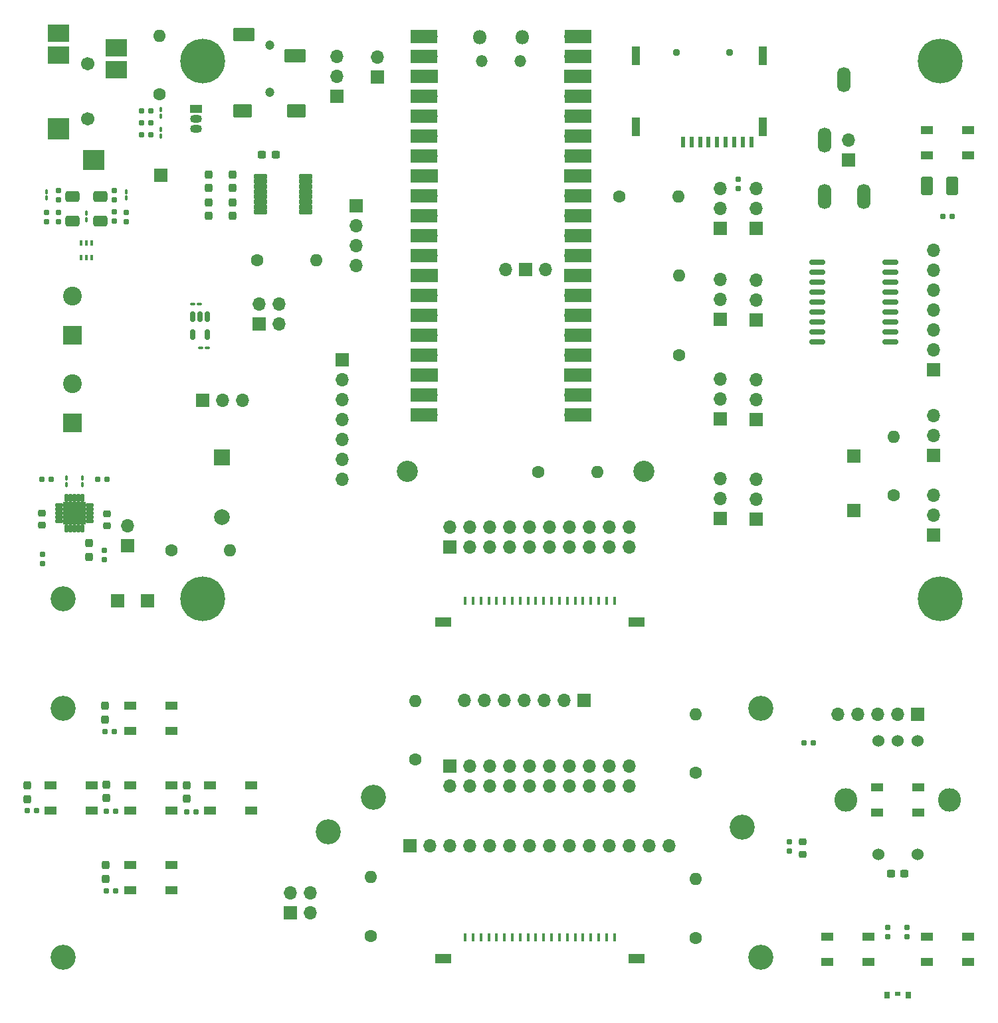
<source format=gbr>
%TF.GenerationSoftware,KiCad,Pcbnew,7.0.2*%
%TF.CreationDate,2024-01-05T18:48:20-08:00*%
%TF.ProjectId,MuKOB,4d754b4f-422e-46b6-9963-61645f706362,1.0*%
%TF.SameCoordinates,Original*%
%TF.FileFunction,Soldermask,Top*%
%TF.FilePolarity,Negative*%
%FSLAX46Y46*%
G04 Gerber Fmt 4.6, Leading zero omitted, Abs format (unit mm)*
G04 Created by KiCad (PCBNEW 7.0.2) date 2024-01-05 18:48:20*
%MOMM*%
%LPD*%
G01*
G04 APERTURE LIST*
G04 Aperture macros list*
%AMRoundRect*
0 Rectangle with rounded corners*
0 $1 Rounding radius*
0 $2 $3 $4 $5 $6 $7 $8 $9 X,Y pos of 4 corners*
0 Add a 4 corners polygon primitive as box body*
4,1,4,$2,$3,$4,$5,$6,$7,$8,$9,$2,$3,0*
0 Add four circle primitives for the rounded corners*
1,1,$1+$1,$2,$3*
1,1,$1+$1,$4,$5*
1,1,$1+$1,$6,$7*
1,1,$1+$1,$8,$9*
0 Add four rect primitives between the rounded corners*
20,1,$1+$1,$2,$3,$4,$5,0*
20,1,$1+$1,$4,$5,$6,$7,0*
20,1,$1+$1,$6,$7,$8,$9,0*
20,1,$1+$1,$8,$9,$2,$3,0*%
G04 Aperture macros list end*
%ADD10C,1.524000*%
%ADD11O,2.900000X3.000000*%
%ADD12RoundRect,0.160000X0.160000X-0.197500X0.160000X0.197500X-0.160000X0.197500X-0.160000X-0.197500X0*%
%ADD13C,1.600000*%
%ADD14O,1.600000X1.600000*%
%ADD15R,1.600000X1.000000*%
%ADD16RoundRect,0.225000X-0.250000X0.225000X-0.250000X-0.225000X0.250000X-0.225000X0.250000X0.225000X0*%
%ADD17RoundRect,0.100000X0.100000X-0.217500X0.100000X0.217500X-0.100000X0.217500X-0.100000X-0.217500X0*%
%ADD18RoundRect,0.160000X-0.197500X-0.160000X0.197500X-0.160000X0.197500X0.160000X-0.197500X0.160000X0*%
%ADD19R,2.400000X2.400000*%
%ADD20C,2.400000*%
%ADD21R,1.700000X1.700000*%
%ADD22R,0.400000X0.650000*%
%ADD23O,1.700000X1.700000*%
%ADD24RoundRect,0.250000X0.650000X-0.412500X0.650000X0.412500X-0.650000X0.412500X-0.650000X-0.412500X0*%
%ADD25C,3.200000*%
%ADD26RoundRect,0.237500X-0.237500X0.300000X-0.237500X-0.300000X0.237500X-0.300000X0.237500X0.300000X0*%
%ADD27RoundRect,0.100000X0.217500X0.100000X-0.217500X0.100000X-0.217500X-0.100000X0.217500X-0.100000X0*%
%ADD28O,1.800000X1.800000*%
%ADD29O,1.500000X1.500000*%
%ADD30R,3.500000X1.700000*%
%ADD31RoundRect,0.237500X0.237500X-0.300000X0.237500X0.300000X-0.237500X0.300000X-0.237500X-0.300000X0*%
%ADD32C,1.701800*%
%ADD33R,2.794000X2.209800*%
%ADD34R,2.794000X2.794000*%
%ADD35R,2.794000X2.590800*%
%ADD36RoundRect,0.100000X-0.217500X-0.100000X0.217500X-0.100000X0.217500X0.100000X-0.217500X0.100000X0*%
%ADD37C,2.700000*%
%ADD38RoundRect,0.160000X-0.160000X0.197500X-0.160000X-0.197500X0.160000X-0.197500X0.160000X0.197500X0*%
%ADD39RoundRect,0.150000X-0.875000X-0.150000X0.875000X-0.150000X0.875000X0.150000X-0.875000X0.150000X0*%
%ADD40R,2.000000X2.000000*%
%ADD41C,2.000000*%
%ADD42C,3.600000*%
%ADD43C,5.700000*%
%ADD44RoundRect,0.150000X-0.150000X0.512500X-0.150000X-0.512500X0.150000X-0.512500X0.150000X0.512500X0*%
%ADD45RoundRect,0.160000X0.197500X0.160000X-0.197500X0.160000X-0.197500X-0.160000X0.197500X-0.160000X0*%
%ADD46RoundRect,0.237500X-0.300000X-0.237500X0.300000X-0.237500X0.300000X0.237500X-0.300000X0.237500X0*%
%ADD47C,0.950000*%
%ADD48R,0.620000X1.400000*%
%ADD49R,1.100000X2.400000*%
%ADD50R,0.400000X1.000000*%
%ADD51R,2.000000X1.300000*%
%ADD52RoundRect,0.109800X-0.412200X0.122200X-0.412200X-0.122200X0.412200X-0.122200X0.412200X0.122200X0*%
%ADD53RoundRect,0.109800X0.122200X0.412200X-0.122200X0.412200X-0.122200X-0.412200X0.122200X-0.412200X0*%
%ADD54RoundRect,0.102000X-1.350000X-1.350000X1.350000X-1.350000X1.350000X1.350000X-1.350000X1.350000X0*%
%ADD55RoundRect,0.122500X-0.764500X-0.184500X0.764500X-0.184500X0.764500X0.184500X-0.764500X0.184500X0*%
%ADD56RoundRect,0.250001X0.499999X0.924999X-0.499999X0.924999X-0.499999X-0.924999X0.499999X-0.924999X0*%
%ADD57R,0.710000X0.900000*%
%ADD58R,0.800000X0.600000*%
%ADD59C,1.200000*%
%ADD60RoundRect,0.102000X-1.250000X0.750000X-1.250000X-0.750000X1.250000X-0.750000X1.250000X0.750000X0*%
%ADD61RoundRect,0.102000X-1.075000X0.750000X-1.075000X-0.750000X1.075000X-0.750000X1.075000X0.750000X0*%
%ADD62R,1.500000X1.050000*%
%ADD63O,1.500000X1.050000*%
%ADD64O,1.712000X3.220000*%
G04 APERTURE END LIST*
D10*
%TO.C,RE1*%
X164823200Y-141581900D03*
X159823200Y-141581900D03*
X162323200Y-141581900D03*
X164823200Y-156081900D03*
X159823200Y-156081900D03*
D11*
X168923200Y-149081900D03*
X155723200Y-149081900D03*
%TD*%
D12*
%TO.C,R16*%
X62484000Y-75314100D03*
X62484000Y-74119100D03*
%TD*%
D13*
%TO.C,CF1*%
X80680000Y-80264000D03*
D14*
X88180000Y-80264000D03*
%TD*%
D15*
%TO.C,SW4*%
X54386000Y-147254400D03*
X59636000Y-147254400D03*
X54386000Y-150454400D03*
X59636000Y-150454400D03*
%TD*%
D16*
%TO.C,C7*%
X61530000Y-112589000D03*
X61530000Y-114139000D03*
%TD*%
D12*
%TO.C,R15*%
X62484000Y-72545500D03*
X62484000Y-71350500D03*
%TD*%
D17*
%TO.C,C14*%
X68407242Y-64413500D03*
X68407242Y-63598500D03*
%TD*%
D13*
%TO.C,CFA2*%
X69730000Y-117264000D03*
D14*
X77230000Y-117264000D03*
%TD*%
D18*
%TO.C,R19*%
X61276900Y-140370800D03*
X62471900Y-140370800D03*
%TD*%
D19*
%TO.C,J12*%
X57150000Y-89836000D03*
D20*
X57150000Y-84836000D03*
%TD*%
D21*
%TO.C,TP1*%
X156680000Y-112164000D03*
%TD*%
%TO.C,TP2*%
X156680000Y-105214000D03*
%TD*%
D17*
%TO.C,C15*%
X68407242Y-61875500D03*
X68407242Y-61060500D03*
%TD*%
%TO.C,C17*%
X53848000Y-72355500D03*
X53848000Y-71540500D03*
%TD*%
%TO.C,C12*%
X56388000Y-108865500D03*
X56388000Y-108050500D03*
%TD*%
D22*
%TO.C,U6*%
X58278000Y-79944000D03*
X58928000Y-79944000D03*
X59578000Y-79944000D03*
X59578000Y-78044000D03*
X58928000Y-78044000D03*
X58278000Y-78044000D03*
%TD*%
D21*
%TO.C,JP3*%
X64180000Y-116704000D03*
D23*
X64180000Y-114164000D03*
%TD*%
D12*
%TO.C,R7*%
X53330000Y-118961500D03*
X53330000Y-117766500D03*
%TD*%
D24*
%TO.C,C16*%
X57150000Y-75288500D03*
X57150000Y-72163500D03*
%TD*%
D18*
%TO.C,R21*%
X61480100Y-150520400D03*
X62675100Y-150520400D03*
%TD*%
D25*
%TO.C,M_H2*%
X144856200Y-169164000D03*
%TD*%
D26*
%TO.C,C24*%
X51423000Y-147281800D03*
X51423000Y-149006800D03*
%TD*%
D21*
%TO.C,OP9*%
X144272000Y-76200000D03*
D23*
X144272000Y-73660000D03*
X144272000Y-71120000D03*
%TD*%
D21*
%TO.C,J19*%
X105266000Y-116885720D03*
D23*
X105266000Y-114345720D03*
X107806000Y-116885720D03*
X107806000Y-114345720D03*
X110346000Y-116885720D03*
X110346000Y-114345720D03*
X112886000Y-116885720D03*
X112886000Y-114345720D03*
X115426000Y-116885720D03*
X115426000Y-114345720D03*
X117966000Y-116885720D03*
X117966000Y-114345720D03*
X120506000Y-116885720D03*
X120506000Y-114345720D03*
X123046000Y-116885720D03*
X123046000Y-114345720D03*
X125586000Y-116885720D03*
X125586000Y-114345720D03*
X128126000Y-116885720D03*
X128126000Y-114345720D03*
%TD*%
D27*
%TO.C,C11*%
X74321500Y-91440000D03*
X73506500Y-91440000D03*
%TD*%
D16*
%TO.C,C4*%
X150219400Y-154472700D03*
X150219400Y-156022700D03*
%TD*%
D28*
%TO.C,U2*%
X109035000Y-51844400D03*
D29*
X109335000Y-54874400D03*
X114185000Y-54874400D03*
D28*
X114485000Y-51844400D03*
D23*
X102870000Y-51714400D03*
D30*
X101970000Y-51714400D03*
D23*
X102870000Y-54254400D03*
D30*
X101970000Y-54254400D03*
D21*
X102870000Y-56794400D03*
D30*
X101970000Y-56794400D03*
D23*
X102870000Y-59334400D03*
D30*
X101970000Y-59334400D03*
D23*
X102870000Y-61874400D03*
D30*
X101970000Y-61874400D03*
D23*
X102870000Y-64414400D03*
D30*
X101970000Y-64414400D03*
D23*
X102870000Y-66954400D03*
D30*
X101970000Y-66954400D03*
D21*
X102870000Y-69494400D03*
D30*
X101970000Y-69494400D03*
D23*
X102870000Y-72034400D03*
D30*
X101970000Y-72034400D03*
D23*
X102870000Y-74574400D03*
D30*
X101970000Y-74574400D03*
D23*
X102870000Y-77114400D03*
D30*
X101970000Y-77114400D03*
D23*
X102870000Y-79654400D03*
D30*
X101970000Y-79654400D03*
D21*
X102870000Y-82194400D03*
D30*
X101970000Y-82194400D03*
D23*
X102870000Y-84734400D03*
D30*
X101970000Y-84734400D03*
D23*
X102870000Y-87274400D03*
D30*
X101970000Y-87274400D03*
D23*
X102870000Y-89814400D03*
D30*
X101970000Y-89814400D03*
D23*
X102870000Y-92354400D03*
D30*
X101970000Y-92354400D03*
D21*
X102870000Y-94894400D03*
D30*
X101970000Y-94894400D03*
D23*
X102870000Y-97434400D03*
D30*
X101970000Y-97434400D03*
D23*
X102870000Y-99974400D03*
D30*
X101970000Y-99974400D03*
D23*
X120650000Y-99974400D03*
D30*
X121550000Y-99974400D03*
D23*
X120650000Y-97434400D03*
D30*
X121550000Y-97434400D03*
D21*
X120650000Y-94894400D03*
D30*
X121550000Y-94894400D03*
D23*
X120650000Y-92354400D03*
D30*
X121550000Y-92354400D03*
D23*
X120650000Y-89814400D03*
D30*
X121550000Y-89814400D03*
D23*
X120650000Y-87274400D03*
D30*
X121550000Y-87274400D03*
D23*
X120650000Y-84734400D03*
D30*
X121550000Y-84734400D03*
D21*
X120650000Y-82194400D03*
D30*
X121550000Y-82194400D03*
D23*
X120650000Y-79654400D03*
D30*
X121550000Y-79654400D03*
D23*
X120650000Y-77114400D03*
D30*
X121550000Y-77114400D03*
D23*
X120650000Y-74574400D03*
D30*
X121550000Y-74574400D03*
D23*
X120650000Y-72034400D03*
D30*
X121550000Y-72034400D03*
D21*
X120650000Y-69494400D03*
D30*
X121550000Y-69494400D03*
D23*
X120650000Y-66954400D03*
D30*
X121550000Y-66954400D03*
D23*
X120650000Y-64414400D03*
D30*
X121550000Y-64414400D03*
D23*
X120650000Y-61874400D03*
D30*
X121550000Y-61874400D03*
D23*
X120650000Y-59334400D03*
D30*
X121550000Y-59334400D03*
D21*
X120650000Y-56794400D03*
D30*
X121550000Y-56794400D03*
D23*
X120650000Y-54254400D03*
D30*
X121550000Y-54254400D03*
D23*
X120650000Y-51714400D03*
D30*
X121550000Y-51714400D03*
D23*
X112344100Y-81444400D03*
D21*
X114884100Y-81444400D03*
D23*
X117424100Y-81444400D03*
%TD*%
D31*
%TO.C,C5*%
X74537000Y-74633400D03*
X74537000Y-72908400D03*
%TD*%
D12*
%TO.C,R12*%
X55372000Y-72545500D03*
X55372000Y-71350500D03*
%TD*%
D32*
%TO.C,J14*%
X59072780Y-55194200D03*
X59072780Y-62204600D03*
D33*
X55372000Y-51308000D03*
D34*
X55372000Y-63500000D03*
D33*
X62773560Y-56007000D03*
X55372000Y-54102000D03*
D35*
X59822080Y-67487800D03*
D33*
X62773560Y-53187600D03*
%TD*%
D18*
%TO.C,R9*%
X65950500Y-61214000D03*
X67145500Y-61214000D03*
%TD*%
D25*
%TO.C,M_H5*%
X55956200Y-123444000D03*
%TD*%
D36*
%TO.C,C10*%
X72490500Y-85852000D03*
X73305500Y-85852000D03*
%TD*%
D21*
%TO.C,JP-PWR-2*%
X84905000Y-163539000D03*
D23*
X84905000Y-160999000D03*
X87445000Y-163539000D03*
X87445000Y-160999000D03*
%TD*%
D13*
%TO.C,CFA5*%
X136580000Y-145664000D03*
D14*
X136580000Y-138164000D03*
%TD*%
D37*
%TO.C,M_DISP4*%
X99796600Y-107213400D03*
%TD*%
D18*
%TO.C,R23*%
X61442700Y-160665400D03*
X62637700Y-160665400D03*
%TD*%
D21*
%TO.C,JP1*%
X96012000Y-56894000D03*
D23*
X96012000Y-54354000D03*
%TD*%
D38*
%TO.C,R25*%
X163525200Y-165366100D03*
X163525200Y-166561100D03*
%TD*%
D13*
%TO.C,CFA1*%
X68280000Y-59114000D03*
D14*
X68280000Y-51614000D03*
%TD*%
D39*
%TO.C,U3*%
X152068000Y-80518000D03*
X152068000Y-81788000D03*
X152068000Y-83058000D03*
X152068000Y-84328000D03*
X152068000Y-85598000D03*
X152068000Y-86868000D03*
X152068000Y-88138000D03*
X152068000Y-89408000D03*
X152068000Y-90678000D03*
X161368000Y-90678000D03*
X161368000Y-89408000D03*
X161368000Y-88138000D03*
X161368000Y-86868000D03*
X161368000Y-85598000D03*
X161368000Y-84328000D03*
X161368000Y-83058000D03*
X161368000Y-81788000D03*
X161368000Y-80518000D03*
%TD*%
D21*
%TO.C,JP2*%
X156057600Y-67518200D03*
D23*
X156057600Y-64978200D03*
%TD*%
D40*
%TO.C,BZ1*%
X76200000Y-105420000D03*
D41*
X76200000Y-113020000D03*
%TD*%
D42*
%TO.C,M_KSI3*%
X73724200Y-123454400D03*
D43*
X73724200Y-123454400D03*
%TD*%
D21*
%TO.C,J16*%
X100191000Y-154950400D03*
D23*
X102731000Y-154950400D03*
X105271000Y-154950400D03*
X107811000Y-154950400D03*
X110351000Y-154950400D03*
X112891000Y-154950400D03*
X115431000Y-154950400D03*
X117971000Y-154950400D03*
X120511000Y-154950400D03*
X123051000Y-154950400D03*
X125591000Y-154950400D03*
X128131000Y-154950400D03*
X130671000Y-154950400D03*
X133211000Y-154950400D03*
%TD*%
D44*
%TO.C,U4*%
X74356000Y-87508500D03*
X73406000Y-87508500D03*
X72456000Y-87508500D03*
X72456000Y-89783500D03*
X74356000Y-89783500D03*
%TD*%
D13*
%TO.C,CF5*%
X136580000Y-166714000D03*
D14*
X136580000Y-159214000D03*
%TD*%
D21*
%TO.C,OP2*%
X139675000Y-87833200D03*
D23*
X139675000Y-85293200D03*
X139675000Y-82753200D03*
%TD*%
D25*
%TO.C,M_DISP3*%
X89777000Y-153172400D03*
%TD*%
D26*
%TO.C,C9*%
X59230000Y-116351500D03*
X59230000Y-118076500D03*
%TD*%
D45*
%TO.C,R4*%
X61557500Y-108204000D03*
X60362500Y-108204000D03*
%TD*%
D13*
%TO.C,CFA3*%
X126830000Y-72164000D03*
D14*
X134330000Y-72164000D03*
%TD*%
D15*
%TO.C,SW7*%
X64546000Y-157414400D03*
X69796000Y-157414400D03*
X64546000Y-160614400D03*
X69796000Y-160614400D03*
%TD*%
D26*
%TO.C,C25*%
X61442600Y-147168700D03*
X61442600Y-148893700D03*
%TD*%
D46*
%TO.C,C2*%
X81293000Y-66793400D03*
X83018000Y-66793400D03*
%TD*%
D26*
%TO.C,C6*%
X77585000Y-72908400D03*
X77585000Y-74633400D03*
%TD*%
D15*
%TO.C,SW3*%
X64546000Y-137094400D03*
X69796000Y-137094400D03*
X64546000Y-140294400D03*
X69796000Y-140294400D03*
%TD*%
D21*
%TO.C,OP8*%
X139700000Y-76200000D03*
D23*
X139700000Y-73660000D03*
X139700000Y-71120000D03*
%TD*%
D38*
%TO.C,R24*%
X161036000Y-165366100D03*
X161036000Y-166561100D03*
%TD*%
D26*
%TO.C,C23*%
X61278200Y-137121800D03*
X61278200Y-138846800D03*
%TD*%
D42*
%TO.C,M_KSI4*%
X167704200Y-123454400D03*
D43*
X167704200Y-123454400D03*
%TD*%
D12*
%TO.C,R6*%
X61230000Y-118461500D03*
X61230000Y-117266500D03*
%TD*%
D13*
%TO.C,CF4*%
X100830000Y-143964000D03*
D14*
X100830000Y-136464000D03*
%TD*%
D25*
%TO.C,M_DISP2*%
X142482000Y-152537400D03*
%TD*%
D18*
%TO.C,R5*%
X53250500Y-108204000D03*
X54445500Y-108204000D03*
%TD*%
D12*
%TO.C,R14*%
X64008000Y-75339500D03*
X64008000Y-74144500D03*
%TD*%
D15*
%TO.C,SW9*%
X166031000Y-166548000D03*
X171281000Y-166548000D03*
X166031000Y-169748000D03*
X171281000Y-169748000D03*
%TD*%
D47*
%TO.C,J6*%
X140896000Y-53804900D03*
X134096000Y-53804900D03*
D48*
X134916000Y-65224900D03*
X136016000Y-65224900D03*
X137116000Y-65224900D03*
X138216000Y-65224900D03*
X139316000Y-65224900D03*
X140416000Y-65224900D03*
X141516000Y-65224900D03*
X142616000Y-65224900D03*
X143716000Y-65224900D03*
D49*
X145096000Y-63224900D03*
X145096000Y-54224900D03*
X128946000Y-63224900D03*
X128946000Y-54224900D03*
%TD*%
D21*
%TO.C,J17*%
X164846000Y-138201400D03*
D23*
X162306000Y-138201400D03*
X159766000Y-138201400D03*
X157226000Y-138201400D03*
X154686000Y-138201400D03*
%TD*%
D15*
%TO.C,SW1*%
X171281000Y-66878000D03*
X166031000Y-66878000D03*
X171281000Y-63678000D03*
X166031000Y-63678000D03*
%TD*%
D21*
%TO.C,J10*%
X166878000Y-94234000D03*
D23*
X166878000Y-91694000D03*
X166878000Y-89154000D03*
X166878000Y-86614000D03*
X166878000Y-84074000D03*
X166878000Y-81534000D03*
X166878000Y-78994000D03*
%TD*%
D21*
%TO.C,OP3*%
X139675000Y-100533200D03*
D23*
X139675000Y-97993200D03*
X139675000Y-95453200D03*
%TD*%
D50*
%TO.C,J18*%
X107201000Y-123698000D03*
X108201000Y-123698000D03*
X109201000Y-123698000D03*
X110201000Y-123698000D03*
X111201000Y-123698000D03*
X112201000Y-123698000D03*
X113201000Y-123698000D03*
X114201000Y-123698000D03*
X115201000Y-123698000D03*
X116201000Y-123698000D03*
X117201000Y-123698000D03*
X118201000Y-123698000D03*
X119201000Y-123698000D03*
X120201000Y-123698000D03*
X121201000Y-123698000D03*
X122201000Y-123698000D03*
X123201000Y-123698000D03*
X124201000Y-123698000D03*
X125201000Y-123698000D03*
X126201000Y-123698000D03*
D51*
X104401000Y-126398000D03*
X129001000Y-126398000D03*
%TD*%
D17*
%TO.C,C20*%
X64008000Y-72355500D03*
X64008000Y-71540500D03*
%TD*%
D24*
%TO.C,C19*%
X60706000Y-75288500D03*
X60706000Y-72163500D03*
%TD*%
D16*
%TO.C,C8*%
X53280000Y-112539000D03*
X53280000Y-114089000D03*
%TD*%
D18*
%TO.C,R3*%
X150332500Y-141864000D03*
X151527500Y-141864000D03*
%TD*%
D21*
%TO.C,J15*%
X122351800Y-136398000D03*
D23*
X119811800Y-136398000D03*
X117271800Y-136398000D03*
X114731800Y-136398000D03*
X112191800Y-136398000D03*
X109651800Y-136398000D03*
X107111800Y-136398000D03*
%TD*%
D26*
%TO.C,C26*%
X71678800Y-147246000D03*
X71678800Y-148971000D03*
%TD*%
D21*
%TO.C,OP7*%
X144272000Y-113284000D03*
D23*
X144272000Y-110744000D03*
X144272000Y-108204000D03*
%TD*%
D31*
%TO.C,C3*%
X77585000Y-71077400D03*
X77585000Y-69352400D03*
%TD*%
D18*
%TO.C,R20*%
X51396400Y-150480000D03*
X52591400Y-150480000D03*
%TD*%
D46*
%TO.C,C22*%
X161420800Y-158498900D03*
X163145800Y-158498900D03*
%TD*%
D21*
%TO.C,J8*%
X166878000Y-115316000D03*
D23*
X166878000Y-112776000D03*
X166878000Y-110236000D03*
%TD*%
D21*
%TO.C,JP-PWR-1*%
X80955000Y-88389000D03*
D23*
X80955000Y-85849000D03*
X83495000Y-88389000D03*
X83495000Y-85849000D03*
%TD*%
D13*
%TO.C,CF2*%
X161830000Y-110264000D03*
D14*
X161830000Y-102764000D03*
%TD*%
D37*
%TO.C,M_DISP5*%
X129971800Y-107213400D03*
%TD*%
D19*
%TO.C,J11*%
X57150000Y-101012000D03*
D20*
X57150000Y-96012000D03*
%TD*%
D15*
%TO.C,SW8*%
X153331000Y-166548000D03*
X158581000Y-166548000D03*
X153331000Y-169748000D03*
X158581000Y-169748000D03*
%TD*%
D21*
%TO.C,TP4*%
X62920000Y-123714000D03*
%TD*%
D13*
%TO.C,CFA4*%
X95180000Y-166464000D03*
D14*
X95180000Y-158964000D03*
%TD*%
D21*
%TO.C,J5*%
X93330000Y-73314000D03*
D23*
X93330000Y-75854000D03*
X93330000Y-78394000D03*
X93330000Y-80934000D03*
%TD*%
D13*
%TO.C,R2*%
X134480000Y-92364000D03*
D14*
X134480000Y-82204000D03*
%TD*%
D26*
%TO.C,C27*%
X61354400Y-157415300D03*
X61354400Y-159140300D03*
%TD*%
D25*
%TO.C,M_DISP1*%
X95492000Y-148727400D03*
%TD*%
D18*
%TO.C,R22*%
X71677600Y-150596600D03*
X72872600Y-150596600D03*
%TD*%
D52*
%TO.C,U5*%
X55434000Y-111522000D03*
X55434000Y-112022000D03*
X55434000Y-112522000D03*
X55434000Y-113022000D03*
X55434000Y-113522000D03*
D53*
X56404000Y-114492000D03*
X56904000Y-114492000D03*
X57404000Y-114492000D03*
X57904000Y-114492000D03*
X58404000Y-114492000D03*
D52*
X59374000Y-113522000D03*
X59374000Y-113022000D03*
X59374000Y-112522000D03*
X59374000Y-112022000D03*
X59374000Y-111522000D03*
D53*
X58404000Y-110552000D03*
X57904000Y-110552000D03*
X57404000Y-110552000D03*
X56904000Y-110552000D03*
X56404000Y-110552000D03*
D54*
X57404000Y-112522000D03*
%TD*%
D25*
%TO.C,M_H4*%
X144856200Y-137414000D03*
%TD*%
D21*
%TO.C,J1*%
X90830400Y-59394000D03*
D23*
X90830400Y-56854000D03*
X90830400Y-54314000D03*
%TD*%
D17*
%TO.C,C18*%
X58928000Y-75083500D03*
X58928000Y-74268500D03*
%TD*%
D50*
%TO.C,J9*%
X107201000Y-166634400D03*
X108201000Y-166634400D03*
X109201000Y-166634400D03*
X110201000Y-166634400D03*
X111201000Y-166634400D03*
X112201000Y-166634400D03*
X113201000Y-166634400D03*
X114201000Y-166634400D03*
X115201000Y-166634400D03*
X116201000Y-166634400D03*
X117201000Y-166634400D03*
X118201000Y-166634400D03*
X119201000Y-166634400D03*
X120201000Y-166634400D03*
X121201000Y-166634400D03*
X122201000Y-166634400D03*
X123201000Y-166634400D03*
X124201000Y-166634400D03*
X125201000Y-166634400D03*
X126201000Y-166634400D03*
D51*
X104401000Y-169334400D03*
X129001000Y-169334400D03*
%TD*%
D21*
%TO.C,OP4*%
X144272000Y-87884000D03*
D23*
X144272000Y-85344000D03*
X144272000Y-82804000D03*
%TD*%
D55*
%TO.C,U1*%
X81141000Y-69575400D03*
X81141000Y-70225400D03*
X81141000Y-70875400D03*
X81141000Y-71525400D03*
X81141000Y-72175400D03*
X81141000Y-72825400D03*
X81141000Y-73475400D03*
X81141000Y-74125400D03*
X86881000Y-74125400D03*
X86881000Y-73475400D03*
X86881000Y-72825400D03*
X86881000Y-72175400D03*
X86881000Y-71525400D03*
X86881000Y-70875400D03*
X86881000Y-70225400D03*
X86881000Y-69575400D03*
%TD*%
D21*
%TO.C,TP3*%
X68380000Y-69464000D03*
%TD*%
D56*
%TO.C,C21*%
X169281600Y-70803100D03*
X166031600Y-70803100D03*
%TD*%
D21*
%TO.C,OP6*%
X139675000Y-113233200D03*
D23*
X139675000Y-110693200D03*
X139675000Y-108153200D03*
%TD*%
D15*
%TO.C,SW5*%
X64546000Y-147254400D03*
X69796000Y-147254400D03*
X64546000Y-150454400D03*
X69796000Y-150454400D03*
%TD*%
D42*
%TO.C,M_KSI2*%
X73724200Y-54874400D03*
D43*
X73724200Y-54874400D03*
%TD*%
D15*
%TO.C,SW6*%
X74706000Y-147254400D03*
X79956000Y-147254400D03*
X74706000Y-150454400D03*
X79956000Y-150454400D03*
%TD*%
D13*
%TO.C,CF3*%
X116530000Y-107264000D03*
D14*
X124030000Y-107264000D03*
%TD*%
D38*
%TO.C,R1*%
X148539200Y-154469500D03*
X148539200Y-155664500D03*
%TD*%
D21*
%TO.C,OP1*%
X73730000Y-98114000D03*
D23*
X76270000Y-98114000D03*
X78810000Y-98114000D03*
%TD*%
D12*
%TO.C,R11*%
X53848000Y-75339500D03*
X53848000Y-74144500D03*
%TD*%
D57*
%TO.C,LED1*%
X163656000Y-173998000D03*
X160956000Y-173998000D03*
D58*
X162306000Y-173848000D03*
%TD*%
D18*
%TO.C,R8*%
X65950500Y-64262000D03*
X67145500Y-64262000D03*
%TD*%
D42*
%TO.C,M_KSI1*%
X167704200Y-54874400D03*
D43*
X167704200Y-54874400D03*
%TD*%
D25*
%TO.C,M_H3*%
X55956200Y-137414000D03*
%TD*%
D15*
%TO.C,SW2*%
X159681000Y-147498000D03*
X164931000Y-147498000D03*
X159681000Y-150698000D03*
X164931000Y-150698000D03*
%TD*%
D21*
%TO.C,TP5*%
X66730000Y-123714000D03*
%TD*%
D18*
%TO.C,R17*%
X168024900Y-74663900D03*
X169219900Y-74663900D03*
%TD*%
D21*
%TO.C,OP5*%
X144272000Y-100584000D03*
D23*
X144272000Y-98044000D03*
X144272000Y-95504000D03*
%TD*%
D25*
%TO.C,M_H1*%
X55956200Y-169164000D03*
%TD*%
D17*
%TO.C,C13*%
X58420000Y-108865500D03*
X58420000Y-108050500D03*
%TD*%
D38*
%TO.C,R18*%
X141986000Y-69916500D03*
X141986000Y-71111500D03*
%TD*%
D31*
%TO.C,C1*%
X74537000Y-71077400D03*
X74537000Y-69352400D03*
%TD*%
D18*
%TO.C,R10*%
X65950500Y-62738000D03*
X67145500Y-62738000D03*
%TD*%
D12*
%TO.C,R13*%
X55372000Y-75339500D03*
X55372000Y-74144500D03*
%TD*%
D59*
%TO.C,J2*%
X82280000Y-52824400D03*
X82280000Y-58824400D03*
D60*
X79030000Y-51524400D03*
D61*
X78855000Y-61224400D03*
D60*
X85530000Y-54224400D03*
D61*
X85705000Y-61224400D03*
%TD*%
D62*
%TO.C,Q1*%
X72898000Y-60960000D03*
D63*
X72898000Y-62230000D03*
X72898000Y-63500000D03*
%TD*%
D21*
%TO.C,J4*%
X166878000Y-105156000D03*
D23*
X166878000Y-102616000D03*
X166878000Y-100076000D03*
%TD*%
D64*
%TO.C,J7*%
X155473400Y-57277000D03*
X152973400Y-72177000D03*
X157973400Y-72177000D03*
X152973400Y-64977000D03*
%TD*%
D21*
%TO.C,J3*%
X91555000Y-92974400D03*
D23*
X91555000Y-95514400D03*
X91555000Y-98054400D03*
X91555000Y-100594400D03*
X91555000Y-103134400D03*
X91555000Y-105674400D03*
X91555000Y-108214400D03*
%TD*%
D21*
%TO.C,J13*%
X105266000Y-144790400D03*
D23*
X105266000Y-147330400D03*
X107806000Y-144790400D03*
X107806000Y-147330400D03*
X110346000Y-144790400D03*
X110346000Y-147330400D03*
X112886000Y-144790400D03*
X112886000Y-147330400D03*
X115426000Y-144790400D03*
X115426000Y-147330400D03*
X117966000Y-144790400D03*
X117966000Y-147330400D03*
X120506000Y-144790400D03*
X120506000Y-147330400D03*
X123046000Y-144790400D03*
X123046000Y-147330400D03*
X125586000Y-144790400D03*
X125586000Y-147330400D03*
X128126000Y-144790400D03*
X128126000Y-147330400D03*
%TD*%
M02*

</source>
